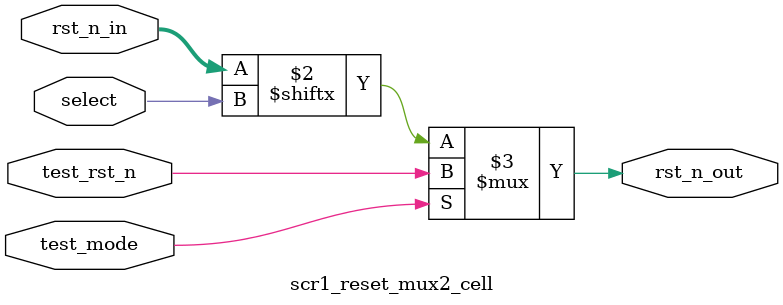
<source format=sv>

module scr1_reset_buf_cell (
    input   logic           rst_n,
    input   logic           clk,
    input   logic           test_mode,
    input   logic           test_rst_n,
    input   logic           reset_n_in,
    output  logic           reset_n_out,
    output  logic           reset_n_status
);

logic       reset_n_ff;
logic       reset_n_status_ff;
logic       rst_n_mux;

assign rst_n_mux = (test_mode == 1'b1) ? test_rst_n : rst_n;

always_ff @(negedge rst_n_mux, posedge clk) begin
    if (~rst_n_mux) begin
        reset_n_ff <= 1'b0;
    end else begin
        reset_n_ff <= reset_n_in;
    end
end

assign reset_n_out = (test_mode == 1'b1) ? test_rst_n : reset_n_ff;

always_ff @(negedge rst_n_mux, posedge clk) begin
    if (~rst_n_mux) begin
        reset_n_status_ff <= 1'b0;
    end else begin
        reset_n_status_ff <= reset_n_in;
    end
end
assign reset_n_status = reset_n_status_ff;

endmodule : scr1_reset_buf_cell


module scr1_reset_sync_cell (
    input   logic           rst_n,
    input   logic           clk,
    input   logic           test_rst_n,
    input   logic           test_mode,
    output  logic           rst_n_out
);

logic [1:0] rst_n_dff;
logic       local_rst_n_in;

assign local_rst_n_in = (test_mode == 1'b1) ? test_rst_n : rst_n;

always_ff @(negedge local_rst_n_in, posedge clk) begin
    if (~local_rst_n_in) begin
        rst_n_dff <= '0;
    end else begin
        rst_n_dff[0] <= 1'b1;
        rst_n_dff[1] <= rst_n_dff[0];
    end
end

assign rst_n_out = (test_mode == 1'b1) ? test_rst_n : rst_n_dff[1];

endmodule : scr1_reset_sync_cell


module scr1_reset_buf_qlfy_cell (
    input   logic           rst_n,
    input   logic           clk,
    input   logic           test_rst_n,
    input   logic           test_mode,
    input   logic           reset_n_in,
    output  logic           reset_n_out_qlfy,
    output  logic           reset_n_out,
    output  logic           reset_n_status
);

logic rst_n_mux;
logic reset_n_in_mux;
logic reset_n_front_ff;
logic reset_n_victim_ff;
logic reset_n_qualifier_ff;
logic reset_n_lucky_ff;
logic reset_n_status_ff;

// Front async stage
assign reset_n_in_mux = (test_mode == 1'b1) ? test_rst_n : (rst_n & reset_n_in);

always_ff @(negedge reset_n_in_mux, posedge clk) begin
    if (~reset_n_in_mux) begin
        reset_n_front_ff    <= 1'b0;
    end else begin
        reset_n_front_ff    <= 1'b1;
    end
end

// Core sync stages
assign rst_n_mux = (test_mode == 1'b1) ? test_rst_n : rst_n;

always_ff @(negedge rst_n_mux, posedge clk) begin
    if (~rst_n_mux) begin
        reset_n_victim_ff    <= 1'b0;
        reset_n_qualifier_ff <= 1'b0;
        reset_n_lucky_ff     <= 1'b0;
    end else begin
        reset_n_victim_ff    <= reset_n_front_ff;
        reset_n_qualifier_ff <= reset_n_victim_ff;
        reset_n_lucky_ff     <= reset_n_qualifier_ff;
    end
end

assign reset_n_out_qlfy = reset_n_qualifier_ff;
assign reset_n_out      = (test_mode == 1'b1) ? test_rst_n : reset_n_lucky_ff;

// Reset status stage
always_ff @(negedge rst_n_mux, posedge clk) begin
    if (~rst_n_mux) begin
        reset_n_status_ff    <= 1'b0;
    end else begin
        reset_n_status_ff    <= reset_n_qualifier_ff;
    end
end
assign reset_n_status = reset_n_status_ff;

endmodule : scr1_reset_buf_qlfy_cell


module scr1_reset_and2_cell (
    input   logic [1:0]     rst_n_in,
    input   logic           test_rst_n,
    input   logic           test_mode,
    output  logic           rst_n_out
);

assign rst_n_out = (test_mode == 1'b1) ? test_rst_n : (&rst_n_in);

endmodule : scr1_reset_and2_cell


module scr1_reset_and3_cell (
    input   logic [2:0]     rst_n_in,
    input   logic           test_rst_n,
    input   logic           test_mode,
    output  logic           rst_n_out
);

assign rst_n_out = (test_mode == 1'b1) ? test_rst_n : (&rst_n_in);

endmodule : scr1_reset_and3_cell


module scr1_reset_mux2_cell (
    input   logic [1:0]     rst_n_in,
    input   logic           select,
    input   logic           test_rst_n,
    input   logic           test_mode,
    output  logic           rst_n_out
);

assign rst_n_out = (test_mode == 1'b1) ? test_rst_n : rst_n_in[select];

endmodule : scr1_reset_mux2_cell
</source>
